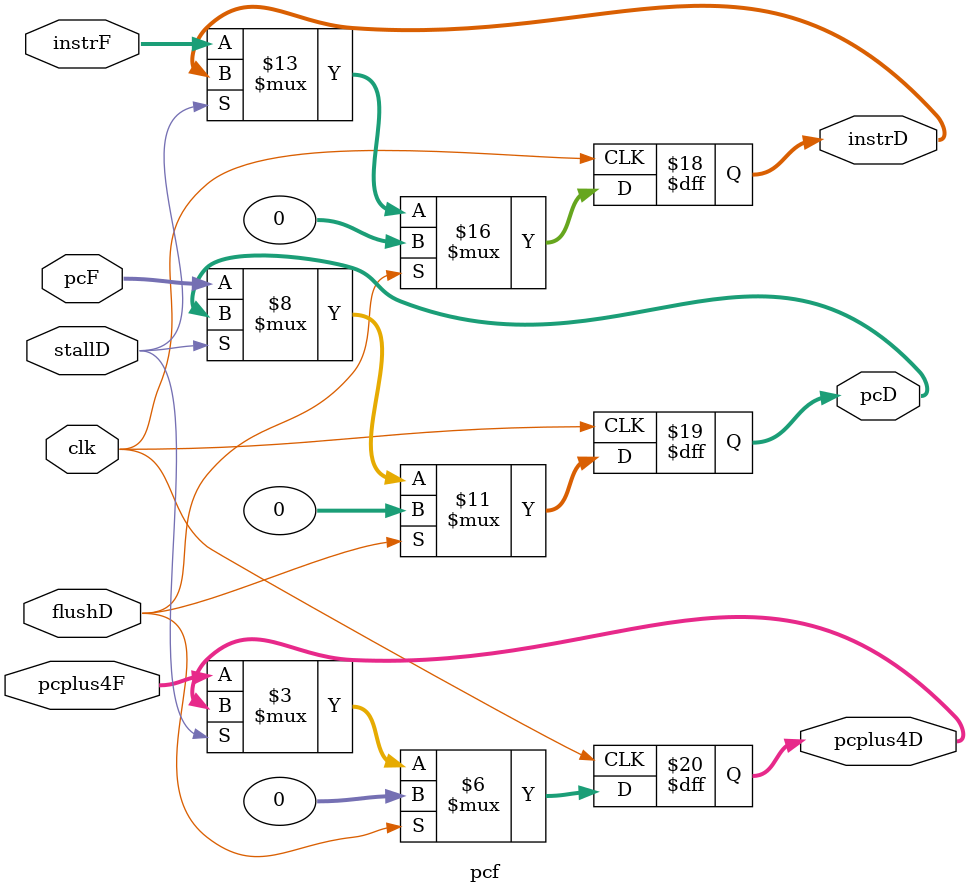
<source format=sv>
module pcf #(
    parameter WIDTH = 32
)(
    input logic clk,
    input logic flushD,
    input logic stallD,

    input logic [WIDTH - 1:0] instrF,
    input logic [WIDTH - 1:0] pcF,
    input logic [WIDTH - 1:0] pcplus4F,
    
    output logic [WIDTH - 1:0] instrD,
    output logic [WIDTH - 1:0] pcD,
    output logic [WIDTH - 1:0] pcplus4D
    
);


always_ff @(posedge clk) begin

    if (flushD) begin 
        instrD <= 0;
        pcD <= 0;
        pcplus4D <= 0;
    end

    else if (stallD == 0) begin
        instrD <= instrF;
        pcD <= pcF;
        pcplus4D <= pcplus4F;
    end
end

endmodule

</source>
